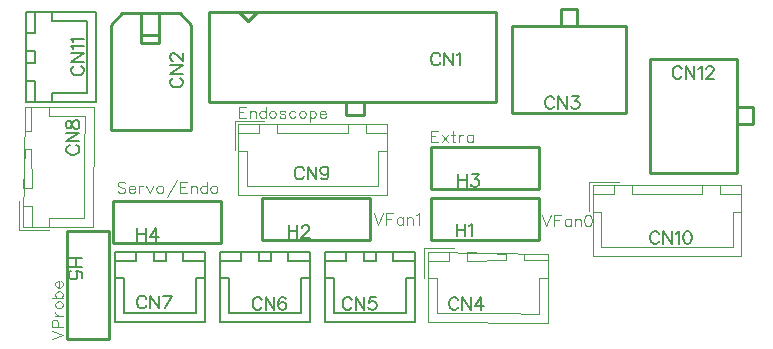
<source format=gto>
G04 Layer: TopSilkLayer*
G04 EasyEDA v6.4.14, 2021-01-31T15:52:51+00:00*
G04 53acab47483b404e891b66caa61737d9,c23c5ad5fcdd482d9714491510f6a4f3,10*
G04 Gerber Generator version 0.2*
G04 Scale: 100 percent, Rotated: No, Reflected: No *
G04 Dimensions in millimeters *
G04 leading zeros omitted , absolute positions ,4 integer and 5 decimal *
%FSLAX45Y45*%
%MOMM*%

%ADD10C,0.2540*%
%ADD24C,0.1200*%
%ADD25C,0.1800*%
%ADD26C,0.1524*%

%LPD*%
D26*
X1460004Y2247077D02*
G01*
X1449590Y2241743D01*
X1439176Y2231329D01*
X1434096Y2221169D01*
X1434096Y2200341D01*
X1439176Y2189927D01*
X1449590Y2179513D01*
X1460004Y2174179D01*
X1475752Y2169099D01*
X1501660Y2169099D01*
X1517154Y2174179D01*
X1527568Y2179513D01*
X1537982Y2189927D01*
X1543062Y2200341D01*
X1543062Y2221169D01*
X1537982Y2231329D01*
X1527568Y2241743D01*
X1517154Y2247077D01*
X1434096Y2281367D02*
G01*
X1543062Y2281367D01*
X1434096Y2281367D02*
G01*
X1543062Y2354011D01*
X1434096Y2354011D02*
G01*
X1543062Y2354011D01*
X1460004Y2393635D02*
G01*
X1454924Y2393635D01*
X1444510Y2398715D01*
X1439176Y2404049D01*
X1434096Y2414209D01*
X1434096Y2435037D01*
X1439176Y2445451D01*
X1444510Y2450785D01*
X1454924Y2455865D01*
X1465338Y2455865D01*
X1475752Y2450785D01*
X1491246Y2440371D01*
X1543062Y2388301D01*
X1543062Y2461199D01*
X3722877Y2436319D02*
G01*
X3717543Y2446733D01*
X3707129Y2457147D01*
X3696970Y2462227D01*
X3676141Y2462227D01*
X3665727Y2457147D01*
X3655313Y2446733D01*
X3649979Y2436319D01*
X3644900Y2420571D01*
X3644900Y2394663D01*
X3649979Y2379169D01*
X3655313Y2368755D01*
X3665727Y2358341D01*
X3676141Y2353261D01*
X3696970Y2353261D01*
X3707129Y2358341D01*
X3717543Y2368755D01*
X3722877Y2379169D01*
X3757168Y2462227D02*
G01*
X3757168Y2353261D01*
X3757168Y2462227D02*
G01*
X3829811Y2353261D01*
X3829811Y2462227D02*
G01*
X3829811Y2353261D01*
X3864102Y2441399D02*
G01*
X3874515Y2446733D01*
X3890009Y2462227D01*
X3890009Y2353261D01*
X3875277Y366207D02*
G01*
X3869943Y376621D01*
X3859529Y387035D01*
X3849370Y392115D01*
X3828541Y392115D01*
X3818127Y387035D01*
X3807713Y376621D01*
X3802379Y366207D01*
X3797300Y350459D01*
X3797300Y324551D01*
X3802379Y309057D01*
X3807713Y298643D01*
X3818127Y288229D01*
X3828541Y283149D01*
X3849370Y283149D01*
X3859529Y288229D01*
X3869943Y298643D01*
X3875277Y309057D01*
X3909568Y392115D02*
G01*
X3909568Y283149D01*
X3909568Y392115D02*
G01*
X3982211Y283149D01*
X3982211Y392115D02*
G01*
X3982211Y283149D01*
X4068572Y392115D02*
G01*
X4016502Y319471D01*
X4094479Y319471D01*
X4068572Y392115D02*
G01*
X4068572Y283149D01*
X583691Y1675577D02*
G01*
X573277Y1670243D01*
X562863Y1659829D01*
X557784Y1649669D01*
X557784Y1628841D01*
X562863Y1618427D01*
X573277Y1608013D01*
X583691Y1602679D01*
X599440Y1597599D01*
X625347Y1597599D01*
X640841Y1602679D01*
X651256Y1608013D01*
X661670Y1618427D01*
X666750Y1628841D01*
X666750Y1649669D01*
X661670Y1659829D01*
X651256Y1670243D01*
X640841Y1675577D01*
X557784Y1709867D02*
G01*
X666750Y1709867D01*
X557784Y1709867D02*
G01*
X666750Y1782511D01*
X557784Y1782511D02*
G01*
X666750Y1782511D01*
X557784Y1842709D02*
G01*
X562863Y1827215D01*
X573277Y1822135D01*
X583691Y1822135D01*
X594106Y1827215D01*
X599440Y1837629D01*
X604520Y1858457D01*
X609600Y1873951D01*
X620013Y1884365D01*
X630427Y1889699D01*
X646175Y1889699D01*
X656590Y1884365D01*
X661670Y1879285D01*
X666750Y1863537D01*
X666750Y1842709D01*
X661670Y1827215D01*
X656590Y1822135D01*
X646175Y1816801D01*
X630427Y1816801D01*
X620013Y1822135D01*
X609600Y1832549D01*
X604520Y1848043D01*
X599440Y1868871D01*
X594106Y1879285D01*
X583691Y1884365D01*
X573277Y1884365D01*
X562863Y1879285D01*
X557784Y1863537D01*
X557784Y1842709D01*
D24*
X3644900Y1800037D02*
G01*
X3644900Y1704533D01*
X3644900Y1800037D02*
G01*
X3704081Y1800037D01*
X3644900Y1754571D02*
G01*
X3681222Y1754571D01*
X3644900Y1704533D02*
G01*
X3704081Y1704533D01*
X3734054Y1768287D02*
G01*
X3784091Y1704533D01*
X3784091Y1768287D02*
G01*
X3734054Y1704533D01*
X3827525Y1800037D02*
G01*
X3827525Y1722821D01*
X3832097Y1709105D01*
X3841241Y1704533D01*
X3850386Y1704533D01*
X3814063Y1768287D02*
G01*
X3845813Y1768287D01*
X3880358Y1768287D02*
G01*
X3880358Y1704533D01*
X3880358Y1741109D02*
G01*
X3884929Y1754571D01*
X3894074Y1763715D01*
X3902963Y1768287D01*
X3916679Y1768287D01*
X4001261Y1768287D02*
G01*
X4001261Y1704533D01*
X4001261Y1754571D02*
G01*
X3992118Y1763715D01*
X3982974Y1768287D01*
X3969511Y1768287D01*
X3960368Y1763715D01*
X3951224Y1754571D01*
X3946652Y1741109D01*
X3946652Y1731965D01*
X3951224Y1718249D01*
X3960368Y1709105D01*
X3969511Y1704533D01*
X3982974Y1704533D01*
X3992118Y1709105D01*
X4001261Y1718249D01*
D26*
X3873500Y1433515D02*
G01*
X3873500Y1324549D01*
X3946143Y1433515D02*
G01*
X3946143Y1324549D01*
X3873500Y1381699D02*
G01*
X3946143Y1381699D01*
X3990847Y1433515D02*
G01*
X4047997Y1433515D01*
X4017009Y1391859D01*
X4032504Y1391859D01*
X4042918Y1386779D01*
X4047997Y1381699D01*
X4053331Y1365951D01*
X4053331Y1355537D01*
X4047997Y1340043D01*
X4037584Y1329629D01*
X4022090Y1324549D01*
X4006595Y1324549D01*
X3990847Y1329629D01*
X3985768Y1334709D01*
X3980434Y1345123D01*
D24*
X4584700Y1088837D02*
G01*
X4621022Y993333D01*
X4657343Y1088837D02*
G01*
X4621022Y993333D01*
X4687315Y1088837D02*
G01*
X4687315Y993333D01*
X4687315Y1088837D02*
G01*
X4746497Y1088837D01*
X4687315Y1043371D02*
G01*
X4723891Y1043371D01*
X4831079Y1057087D02*
G01*
X4831079Y993333D01*
X4831079Y1043371D02*
G01*
X4821936Y1052515D01*
X4812791Y1057087D01*
X4799329Y1057087D01*
X4790186Y1052515D01*
X4781041Y1043371D01*
X4776470Y1029909D01*
X4776470Y1020765D01*
X4781041Y1007049D01*
X4790186Y997905D01*
X4799329Y993333D01*
X4812791Y993333D01*
X4821936Y997905D01*
X4831079Y1007049D01*
X4861052Y1057087D02*
G01*
X4861052Y993333D01*
X4861052Y1038799D02*
G01*
X4874768Y1052515D01*
X4883911Y1057087D01*
X4897374Y1057087D01*
X4906518Y1052515D01*
X4911090Y1038799D01*
X4911090Y993333D01*
X4968240Y1088837D02*
G01*
X4954777Y1084265D01*
X4945634Y1070803D01*
X4941061Y1047943D01*
X4941061Y1034481D01*
X4945634Y1011621D01*
X4954777Y997905D01*
X4968240Y993333D01*
X4977384Y993333D01*
X4991100Y997905D01*
X5000243Y1011621D01*
X5004815Y1034481D01*
X5004815Y1047943D01*
X5000243Y1070803D01*
X4991100Y1084265D01*
X4977384Y1088837D01*
X4968240Y1088837D01*
D26*
X3860800Y1014415D02*
G01*
X3860800Y905449D01*
X3933443Y1014415D02*
G01*
X3933443Y905449D01*
X3860800Y962599D02*
G01*
X3933443Y962599D01*
X3967734Y993587D02*
G01*
X3978147Y998921D01*
X3993895Y1014415D01*
X3993895Y905449D01*
D24*
X1054354Y1354775D02*
G01*
X1045209Y1363665D01*
X1031493Y1368237D01*
X1013206Y1368237D01*
X999743Y1363665D01*
X990600Y1354775D01*
X990600Y1345631D01*
X995172Y1336487D01*
X999743Y1331915D01*
X1008888Y1327343D01*
X1036065Y1318199D01*
X1045209Y1313881D01*
X1049781Y1309309D01*
X1054354Y1300165D01*
X1054354Y1286449D01*
X1045209Y1277305D01*
X1031493Y1272733D01*
X1013206Y1272733D01*
X999743Y1277305D01*
X990600Y1286449D01*
X1084325Y1309309D02*
G01*
X1138681Y1309309D01*
X1138681Y1318199D01*
X1134109Y1327343D01*
X1129791Y1331915D01*
X1120647Y1336487D01*
X1106931Y1336487D01*
X1097788Y1331915D01*
X1088897Y1322771D01*
X1084325Y1309309D01*
X1084325Y1300165D01*
X1088897Y1286449D01*
X1097788Y1277305D01*
X1106931Y1272733D01*
X1120647Y1272733D01*
X1129791Y1277305D01*
X1138681Y1286449D01*
X1168908Y1336487D02*
G01*
X1168908Y1272733D01*
X1168908Y1309309D02*
G01*
X1173225Y1322771D01*
X1182370Y1331915D01*
X1191513Y1336487D01*
X1205229Y1336487D01*
X1235202Y1336487D02*
G01*
X1262379Y1272733D01*
X1289811Y1336487D02*
G01*
X1262379Y1272733D01*
X1342390Y1336487D02*
G01*
X1333245Y1331915D01*
X1324356Y1322771D01*
X1319784Y1309309D01*
X1319784Y1300165D01*
X1324356Y1286449D01*
X1333245Y1277305D01*
X1342390Y1272733D01*
X1356106Y1272733D01*
X1365250Y1277305D01*
X1374140Y1286449D01*
X1378711Y1300165D01*
X1378711Y1309309D01*
X1374140Y1322771D01*
X1365250Y1331915D01*
X1356106Y1336487D01*
X1342390Y1336487D01*
X1490725Y1386525D02*
G01*
X1408684Y1240983D01*
X1520697Y1368237D02*
G01*
X1520697Y1272733D01*
X1520697Y1368237D02*
G01*
X1579625Y1368237D01*
X1520697Y1322771D02*
G01*
X1557020Y1322771D01*
X1520697Y1272733D02*
G01*
X1579625Y1272733D01*
X1609597Y1336487D02*
G01*
X1609597Y1272733D01*
X1609597Y1318199D02*
G01*
X1623313Y1331915D01*
X1632458Y1336487D01*
X1646174Y1336487D01*
X1655063Y1331915D01*
X1659636Y1318199D01*
X1659636Y1272733D01*
X1744218Y1368237D02*
G01*
X1744218Y1272733D01*
X1744218Y1322771D02*
G01*
X1735074Y1331915D01*
X1725929Y1336487D01*
X1712468Y1336487D01*
X1703324Y1331915D01*
X1694179Y1322771D01*
X1689608Y1309309D01*
X1689608Y1300165D01*
X1694179Y1286449D01*
X1703324Y1277305D01*
X1712468Y1272733D01*
X1725929Y1272733D01*
X1735074Y1277305D01*
X1744218Y1286449D01*
X1797050Y1336487D02*
G01*
X1787906Y1331915D01*
X1778761Y1322771D01*
X1774190Y1309309D01*
X1774190Y1300165D01*
X1778761Y1286449D01*
X1787906Y1277305D01*
X1797050Y1272733D01*
X1810511Y1272733D01*
X1819656Y1277305D01*
X1828800Y1286449D01*
X1833372Y1300165D01*
X1833372Y1309309D01*
X1828800Y1322771D01*
X1819656Y1331915D01*
X1810511Y1336487D01*
X1797050Y1336487D01*
D26*
X1155700Y976315D02*
G01*
X1155700Y867349D01*
X1228343Y976315D02*
G01*
X1228343Y867349D01*
X1155700Y924499D02*
G01*
X1228343Y924499D01*
X1314704Y976315D02*
G01*
X1262634Y903671D01*
X1340611Y903671D01*
X1314704Y976315D02*
G01*
X1314704Y867349D01*
D24*
X3162300Y1101537D02*
G01*
X3198622Y1006033D01*
X3234943Y1101537D02*
G01*
X3198622Y1006033D01*
X3264915Y1101537D02*
G01*
X3264915Y1006033D01*
X3264915Y1101537D02*
G01*
X3324097Y1101537D01*
X3264915Y1056071D02*
G01*
X3301491Y1056071D01*
X3408679Y1069787D02*
G01*
X3408679Y1006033D01*
X3408679Y1056071D02*
G01*
X3399536Y1065215D01*
X3390391Y1069787D01*
X3376929Y1069787D01*
X3367786Y1065215D01*
X3358641Y1056071D01*
X3354070Y1042609D01*
X3354070Y1033465D01*
X3358641Y1019749D01*
X3367786Y1010605D01*
X3376929Y1006033D01*
X3390391Y1006033D01*
X3399536Y1010605D01*
X3408679Y1019749D01*
X3438652Y1069787D02*
G01*
X3438652Y1006033D01*
X3438652Y1051499D02*
G01*
X3452368Y1065215D01*
X3461511Y1069787D01*
X3474974Y1069787D01*
X3484118Y1065215D01*
X3488690Y1051499D01*
X3488690Y1006033D01*
X3518661Y1083503D02*
G01*
X3527806Y1088075D01*
X3541268Y1101537D01*
X3541268Y1006033D01*
D26*
X2438400Y1001715D02*
G01*
X2438400Y892749D01*
X2511043Y1001715D02*
G01*
X2511043Y892749D01*
X2438400Y949899D02*
G01*
X2511043Y949899D01*
X2550668Y975807D02*
G01*
X2550668Y980887D01*
X2555747Y991301D01*
X2561081Y996635D01*
X2571495Y1001715D01*
X2592070Y1001715D01*
X2602484Y996635D01*
X2607818Y991301D01*
X2612897Y980887D01*
X2612897Y970473D01*
X2607818Y960059D01*
X2597404Y944565D01*
X2545334Y892749D01*
X2618231Y892749D01*
X1233677Y378907D02*
G01*
X1228343Y389321D01*
X1217929Y399735D01*
X1207770Y404815D01*
X1186941Y404815D01*
X1176527Y399735D01*
X1166113Y389321D01*
X1160779Y378907D01*
X1155700Y363159D01*
X1155700Y337251D01*
X1160779Y321757D01*
X1166113Y311343D01*
X1176527Y300929D01*
X1186941Y295849D01*
X1207770Y295849D01*
X1217929Y300929D01*
X1228343Y311343D01*
X1233677Y321757D01*
X1267968Y404815D02*
G01*
X1267968Y295849D01*
X1267968Y404815D02*
G01*
X1340611Y295849D01*
X1340611Y404815D02*
G01*
X1340611Y295849D01*
X1447800Y404815D02*
G01*
X1395729Y295849D01*
X1374902Y404815D02*
G01*
X1447800Y404815D01*
X2211588Y366207D02*
G01*
X2206254Y376621D01*
X2195840Y387035D01*
X2185680Y392115D01*
X2164852Y392115D01*
X2154438Y387035D01*
X2144024Y376621D01*
X2138690Y366207D01*
X2133610Y350459D01*
X2133610Y324551D01*
X2138690Y309057D01*
X2144024Y298643D01*
X2154438Y288229D01*
X2164852Y283149D01*
X2185680Y283149D01*
X2195840Y288229D01*
X2206254Y298643D01*
X2211588Y309057D01*
X2245878Y392115D02*
G01*
X2245878Y283149D01*
X2245878Y392115D02*
G01*
X2318522Y283149D01*
X2318522Y392115D02*
G01*
X2318522Y283149D01*
X2415296Y376621D02*
G01*
X2409962Y387035D01*
X2394468Y392115D01*
X2384054Y392115D01*
X2368560Y387035D01*
X2358146Y371287D01*
X2352812Y345379D01*
X2352812Y319471D01*
X2358146Y298643D01*
X2368560Y288229D01*
X2384054Y283149D01*
X2389134Y283149D01*
X2404882Y288229D01*
X2415296Y298643D01*
X2420376Y314137D01*
X2420376Y319471D01*
X2415296Y334965D01*
X2404882Y345379D01*
X2389134Y350459D01*
X2384054Y350459D01*
X2368560Y345379D01*
X2358146Y334965D01*
X2352812Y319471D01*
X2973588Y366207D02*
G01*
X2968254Y376621D01*
X2957840Y387035D01*
X2947680Y392115D01*
X2926852Y392115D01*
X2916438Y387035D01*
X2906024Y376621D01*
X2900690Y366207D01*
X2895610Y350459D01*
X2895610Y324551D01*
X2900690Y309057D01*
X2906024Y298643D01*
X2916438Y288229D01*
X2926852Y283149D01*
X2947680Y283149D01*
X2957840Y288229D01*
X2968254Y298643D01*
X2973588Y309057D01*
X3007878Y392115D02*
G01*
X3007878Y283149D01*
X3007878Y392115D02*
G01*
X3080522Y283149D01*
X3080522Y392115D02*
G01*
X3080522Y283149D01*
X3177296Y392115D02*
G01*
X3125226Y392115D01*
X3120146Y345379D01*
X3125226Y350459D01*
X3140720Y355793D01*
X3156468Y355793D01*
X3171962Y350459D01*
X3182376Y340299D01*
X3187710Y324551D01*
X3187710Y314137D01*
X3182376Y298643D01*
X3171962Y288229D01*
X3156468Y283149D01*
X3140720Y283149D01*
X3125226Y288229D01*
X3120146Y293309D01*
X3114812Y303723D01*
X621791Y2348677D02*
G01*
X611377Y2343343D01*
X600963Y2332929D01*
X595884Y2322769D01*
X595884Y2301941D01*
X600963Y2291527D01*
X611377Y2281113D01*
X621791Y2275779D01*
X637540Y2270699D01*
X663447Y2270699D01*
X678941Y2275779D01*
X689356Y2281113D01*
X699770Y2291527D01*
X704850Y2301941D01*
X704850Y2322769D01*
X699770Y2332929D01*
X689356Y2343343D01*
X678941Y2348677D01*
X595884Y2382967D02*
G01*
X704850Y2382967D01*
X595884Y2382967D02*
G01*
X704850Y2455611D01*
X595884Y2455611D02*
G01*
X704850Y2455611D01*
X616711Y2489901D02*
G01*
X611377Y2500315D01*
X595884Y2515809D01*
X704850Y2515809D01*
X616711Y2550099D02*
G01*
X611377Y2560513D01*
X595884Y2576261D01*
X704850Y2576261D01*
X4688077Y2068007D02*
G01*
X4682743Y2078421D01*
X4672329Y2088835D01*
X4662170Y2093915D01*
X4641341Y2093915D01*
X4630927Y2088835D01*
X4620513Y2078421D01*
X4615179Y2068007D01*
X4610100Y2052259D01*
X4610100Y2026351D01*
X4615179Y2010857D01*
X4620513Y2000443D01*
X4630927Y1990029D01*
X4641341Y1984949D01*
X4662170Y1984949D01*
X4672329Y1990029D01*
X4682743Y2000443D01*
X4688077Y2010857D01*
X4722368Y2093915D02*
G01*
X4722368Y1984949D01*
X4722368Y2093915D02*
G01*
X4795011Y1984949D01*
X4795011Y2093915D02*
G01*
X4795011Y1984949D01*
X4839715Y2093915D02*
G01*
X4896865Y2093915D01*
X4865624Y2052259D01*
X4881372Y2052259D01*
X4891786Y2047179D01*
X4896865Y2042099D01*
X4902200Y2026351D01*
X4902200Y2015937D01*
X4896865Y2000443D01*
X4886452Y1990029D01*
X4870958Y1984949D01*
X4855209Y1984949D01*
X4839715Y1990029D01*
X4834636Y1995109D01*
X4829302Y2005523D01*
X5767585Y2322009D02*
G01*
X5762251Y2332423D01*
X5751837Y2342837D01*
X5741677Y2347917D01*
X5720849Y2347917D01*
X5710435Y2342837D01*
X5700021Y2332423D01*
X5694687Y2322009D01*
X5689607Y2306261D01*
X5689607Y2280353D01*
X5694687Y2264859D01*
X5700021Y2254445D01*
X5710435Y2244031D01*
X5720849Y2238951D01*
X5741677Y2238951D01*
X5751837Y2244031D01*
X5762251Y2254445D01*
X5767585Y2264859D01*
X5801875Y2347917D02*
G01*
X5801875Y2238951D01*
X5801875Y2347917D02*
G01*
X5874519Y2238951D01*
X5874519Y2347917D02*
G01*
X5874519Y2238951D01*
X5908809Y2327089D02*
G01*
X5919223Y2332423D01*
X5934717Y2347917D01*
X5934717Y2238951D01*
X5974341Y2322009D02*
G01*
X5974341Y2327089D01*
X5979421Y2337503D01*
X5984755Y2342837D01*
X5995169Y2347917D01*
X6015997Y2347917D01*
X6026157Y2342837D01*
X6031491Y2337503D01*
X6036571Y2327089D01*
X6036571Y2316675D01*
X6031491Y2306261D01*
X6021077Y2290767D01*
X5969007Y2238951D01*
X6041905Y2238951D01*
X5577080Y924999D02*
G01*
X5571746Y935413D01*
X5561332Y945827D01*
X5551172Y950907D01*
X5530344Y950907D01*
X5519930Y945827D01*
X5509516Y935413D01*
X5504182Y924999D01*
X5499102Y909251D01*
X5499102Y883343D01*
X5504182Y867849D01*
X5509516Y857435D01*
X5519930Y847021D01*
X5530344Y841941D01*
X5551172Y841941D01*
X5561332Y847021D01*
X5571746Y857435D01*
X5577080Y867849D01*
X5611370Y950907D02*
G01*
X5611370Y841941D01*
X5611370Y950907D02*
G01*
X5684014Y841941D01*
X5684014Y950907D02*
G01*
X5684014Y841941D01*
X5718304Y930079D02*
G01*
X5728718Y935413D01*
X5744212Y950907D01*
X5744212Y841941D01*
X5809744Y950907D02*
G01*
X5794250Y945827D01*
X5783836Y930079D01*
X5778502Y904171D01*
X5778502Y888677D01*
X5783836Y862515D01*
X5794250Y847021D01*
X5809744Y841941D01*
X5820158Y841941D01*
X5835652Y847021D01*
X5846066Y862515D01*
X5851400Y888677D01*
X5851400Y904171D01*
X5846066Y930079D01*
X5835652Y945827D01*
X5820158Y950907D01*
X5809744Y950907D01*
D24*
X2019300Y2003237D02*
G01*
X2019300Y1907733D01*
X2019300Y2003237D02*
G01*
X2078481Y2003237D01*
X2019300Y1957771D02*
G01*
X2055622Y1957771D01*
X2019300Y1907733D02*
G01*
X2078481Y1907733D01*
X2108454Y1971487D02*
G01*
X2108454Y1907733D01*
X2108454Y1953199D02*
G01*
X2121915Y1966915D01*
X2131059Y1971487D01*
X2144775Y1971487D01*
X2153920Y1966915D01*
X2158491Y1953199D01*
X2158491Y1907733D01*
X2242820Y2003237D02*
G01*
X2242820Y1907733D01*
X2242820Y1957771D02*
G01*
X2233929Y1966915D01*
X2224786Y1971487D01*
X2211070Y1971487D01*
X2201925Y1966915D01*
X2193036Y1957771D01*
X2188463Y1944309D01*
X2188463Y1935165D01*
X2193036Y1921449D01*
X2201925Y1912305D01*
X2211070Y1907733D01*
X2224786Y1907733D01*
X2233929Y1912305D01*
X2242820Y1921449D01*
X2295652Y1971487D02*
G01*
X2286508Y1966915D01*
X2277363Y1957771D01*
X2273045Y1944309D01*
X2273045Y1935165D01*
X2277363Y1921449D01*
X2286508Y1912305D01*
X2295652Y1907733D01*
X2309368Y1907733D01*
X2318511Y1912305D01*
X2327402Y1921449D01*
X2331974Y1935165D01*
X2331974Y1944309D01*
X2327402Y1957771D01*
X2318511Y1966915D01*
X2309368Y1971487D01*
X2295652Y1971487D01*
X2411984Y1957771D02*
G01*
X2407411Y1966915D01*
X2393950Y1971487D01*
X2380234Y1971487D01*
X2366518Y1966915D01*
X2361945Y1957771D01*
X2366518Y1948881D01*
X2375661Y1944309D01*
X2398268Y1939737D01*
X2407411Y1935165D01*
X2411984Y1926021D01*
X2411984Y1921449D01*
X2407411Y1912305D01*
X2393950Y1907733D01*
X2380234Y1907733D01*
X2366518Y1912305D01*
X2361945Y1921449D01*
X2496565Y1957771D02*
G01*
X2487422Y1966915D01*
X2478277Y1971487D01*
X2464815Y1971487D01*
X2455672Y1966915D01*
X2446527Y1957771D01*
X2441956Y1944309D01*
X2441956Y1935165D01*
X2446527Y1921449D01*
X2455672Y1912305D01*
X2464815Y1907733D01*
X2478277Y1907733D01*
X2487422Y1912305D01*
X2496565Y1921449D01*
X2549397Y1971487D02*
G01*
X2540254Y1966915D01*
X2531109Y1957771D01*
X2526538Y1944309D01*
X2526538Y1935165D01*
X2531109Y1921449D01*
X2540254Y1912305D01*
X2549397Y1907733D01*
X2562859Y1907733D01*
X2572004Y1912305D01*
X2581147Y1921449D01*
X2585720Y1935165D01*
X2585720Y1944309D01*
X2581147Y1957771D01*
X2572004Y1966915D01*
X2562859Y1971487D01*
X2549397Y1971487D01*
X2615691Y1971487D02*
G01*
X2615691Y1875983D01*
X2615691Y1957771D02*
G01*
X2624836Y1966915D01*
X2633725Y1971487D01*
X2647441Y1971487D01*
X2656586Y1966915D01*
X2665729Y1957771D01*
X2670302Y1944309D01*
X2670302Y1935165D01*
X2665729Y1921449D01*
X2656586Y1912305D01*
X2647441Y1907733D01*
X2633725Y1907733D01*
X2624836Y1912305D01*
X2615691Y1921449D01*
X2700274Y1944309D02*
G01*
X2754629Y1944309D01*
X2754629Y1953199D01*
X2750311Y1962343D01*
X2745740Y1966915D01*
X2736595Y1971487D01*
X2722879Y1971487D01*
X2713736Y1966915D01*
X2704845Y1957771D01*
X2700274Y1944309D01*
X2700274Y1935165D01*
X2704845Y1921449D01*
X2713736Y1912305D01*
X2722879Y1907733D01*
X2736595Y1907733D01*
X2745740Y1912305D01*
X2754629Y1921449D01*
D26*
X2567177Y1471107D02*
G01*
X2561843Y1481521D01*
X2551429Y1491935D01*
X2541270Y1497015D01*
X2520441Y1497015D01*
X2510027Y1491935D01*
X2499613Y1481521D01*
X2494279Y1471107D01*
X2489200Y1455359D01*
X2489200Y1429451D01*
X2494279Y1413957D01*
X2499613Y1403543D01*
X2510027Y1393129D01*
X2520441Y1388049D01*
X2541270Y1388049D01*
X2551429Y1393129D01*
X2561843Y1403543D01*
X2567177Y1413957D01*
X2601468Y1497015D02*
G01*
X2601468Y1388049D01*
X2601468Y1497015D02*
G01*
X2674111Y1388049D01*
X2674111Y1497015D02*
G01*
X2674111Y1388049D01*
X2775965Y1460693D02*
G01*
X2770886Y1445199D01*
X2760472Y1434785D01*
X2744724Y1429451D01*
X2739643Y1429451D01*
X2724150Y1434785D01*
X2713736Y1445199D01*
X2708402Y1460693D01*
X2708402Y1465773D01*
X2713736Y1481521D01*
X2724150Y1491935D01*
X2739643Y1497015D01*
X2744724Y1497015D01*
X2760472Y1491935D01*
X2770886Y1481521D01*
X2775965Y1460693D01*
X2775965Y1434785D01*
X2770886Y1408623D01*
X2760472Y1393129D01*
X2744724Y1388049D01*
X2734309Y1388049D01*
X2718815Y1393129D01*
X2713736Y1403543D01*
D24*
X432567Y35506D02*
G01*
X528071Y71828D01*
X432567Y108150D02*
G01*
X528071Y71828D01*
X432567Y138122D02*
G01*
X528071Y138122D01*
X432567Y138122D02*
G01*
X432567Y179016D01*
X437139Y192732D01*
X441457Y197304D01*
X450601Y201876D01*
X464317Y201876D01*
X473461Y197304D01*
X478033Y192732D01*
X482605Y179016D01*
X482605Y138122D01*
X464317Y231848D02*
G01*
X528071Y231848D01*
X491495Y231848D02*
G01*
X478033Y236420D01*
X468889Y245564D01*
X464317Y254708D01*
X464317Y268170D01*
X464317Y321002D02*
G01*
X468889Y311858D01*
X478033Y302714D01*
X491495Y298142D01*
X500639Y298142D01*
X514355Y302714D01*
X523499Y311858D01*
X528071Y321002D01*
X528071Y334464D01*
X523499Y343608D01*
X514355Y352752D01*
X500639Y357324D01*
X491495Y357324D01*
X478033Y352752D01*
X468889Y343608D01*
X464317Y334464D01*
X464317Y321002D01*
X432567Y387296D02*
G01*
X528071Y387296D01*
X478033Y387296D02*
G01*
X468889Y396440D01*
X464317Y405584D01*
X464317Y419046D01*
X468889Y428190D01*
X478033Y437334D01*
X491495Y441906D01*
X500639Y441906D01*
X514355Y437334D01*
X523499Y428190D01*
X528071Y419046D01*
X528071Y405584D01*
X523499Y396440D01*
X514355Y387296D01*
X491495Y471878D02*
G01*
X491495Y526488D01*
X482605Y526488D01*
X473461Y521916D01*
X468889Y517344D01*
X464317Y508200D01*
X464317Y494484D01*
X468889Y485594D01*
X478033Y476450D01*
X491495Y471878D01*
X500639Y471878D01*
X514355Y476450D01*
X523499Y485594D01*
X528071Y494484D01*
X528071Y508200D01*
X523499Y517344D01*
X514355Y526488D01*
D26*
X686815Y721299D02*
G01*
X577850Y721299D01*
X686815Y648655D02*
G01*
X577850Y648655D01*
X635000Y721299D02*
G01*
X635000Y648655D01*
X686815Y551881D02*
G01*
X686815Y603951D01*
X640079Y609031D01*
X645159Y603951D01*
X650493Y588203D01*
X650493Y572709D01*
X645159Y557215D01*
X635000Y546801D01*
X619252Y541467D01*
X608838Y541467D01*
X593343Y546801D01*
X582929Y557215D01*
X577850Y572709D01*
X577850Y588203D01*
X582929Y603951D01*
X588009Y609031D01*
X598424Y614365D01*
D10*
X937006Y1808609D02*
G01*
X1602993Y1808609D01*
X1510004Y2799590D02*
G01*
X1034999Y2799590D01*
X1345006Y2539596D02*
G01*
X1189990Y2539596D01*
X1189990Y2794586D01*
X1345006Y2539596D02*
G01*
X1345006Y2794586D01*
X1340002Y2609598D02*
G01*
X1194993Y2609598D01*
X934999Y1808609D02*
G01*
X934999Y2674597D01*
X935278Y2674520D02*
G01*
X935278Y2699514D01*
X1030249Y2794510D01*
X1610106Y2674393D02*
G01*
X1610106Y1808609D01*
X1610106Y2674393D02*
G01*
X1610106Y2699387D01*
X1515109Y2794383D01*
X2197795Y2804063D02*
G01*
X2172395Y2804063D01*
X2096195Y2727863D01*
X2019995Y2804063D01*
X4197195Y2803047D02*
G01*
X4197195Y2043079D01*
X1767210Y2803047D02*
G01*
X4197195Y2803047D01*
X1767197Y2043061D02*
G01*
X1767197Y2803065D01*
X4197195Y2043079D02*
G01*
X1767210Y2043079D01*
X2921005Y2036602D02*
G01*
X2921005Y1935002D01*
X3073405Y1935002D01*
X3073405Y2036602D01*
D24*
X3618499Y775797D02*
G01*
X3798501Y775797D01*
X3798501Y700798D01*
X3618499Y700798D01*
X3618499Y775797D01*
X3618499Y180799D01*
X4635500Y175199D01*
X4635500Y479999D01*
X4635500Y759399D01*
X3618499Y775797D01*
X3948501Y775797D02*
G01*
X3948501Y700798D01*
X4279900Y708599D01*
X4279900Y759399D01*
X3948501Y775797D01*
X4635500Y759399D02*
G01*
X4432300Y759399D01*
X4432300Y708599D01*
X4635500Y708599D01*
X4635500Y759399D01*
X4635500Y759399D01*
X3838501Y805797D02*
G01*
X3588501Y805797D01*
X3588501Y555797D01*
X3618499Y550798D02*
G01*
X3693500Y550798D01*
X3693500Y255798D01*
X4248500Y255798D01*
X4559300Y251399D01*
X4559300Y556199D01*
X4635500Y556199D01*
X186801Y986998D02*
G01*
X186801Y1167000D01*
X261800Y1167000D01*
X261800Y986998D01*
X186801Y986998D01*
X781799Y986998D01*
X787400Y2003999D01*
X482600Y2003999D01*
X203200Y2003999D01*
X186801Y986998D01*
X186801Y1317000D02*
G01*
X261800Y1317000D01*
X254000Y1648399D01*
X203200Y1648399D01*
X186801Y1317000D01*
X203200Y2003999D02*
G01*
X203200Y1800799D01*
X254000Y1800799D01*
X254000Y2003999D01*
X203200Y2003999D01*
X203200Y2003999D01*
X156801Y1207000D02*
G01*
X156801Y957000D01*
X406801Y957000D01*
X411800Y986998D02*
G01*
X411800Y1061999D01*
X706800Y1061999D01*
X706800Y1616999D01*
X711200Y1927799D01*
X406400Y1927799D01*
X406400Y2003999D01*
D10*
X3746500Y1305499D02*
G01*
X3644900Y1305499D01*
X3644900Y1661099D01*
X4559300Y1661099D01*
X4559300Y1305499D01*
X3746500Y1305499D01*
X4457700Y1229299D02*
G01*
X4559300Y1229299D01*
X4559300Y873699D01*
X3644900Y873699D01*
X3644900Y1229299D01*
X4457700Y1229299D01*
X1765300Y1203899D02*
G01*
X1866900Y1203899D01*
X1866900Y848299D01*
X952500Y848299D01*
X952500Y1203899D01*
X1765300Y1203899D01*
X3022600Y1229299D02*
G01*
X3124200Y1229299D01*
X3124200Y873699D01*
X2209800Y873699D01*
X2209800Y1229299D01*
X3022600Y1229299D01*
D25*
X968187Y775797D02*
G01*
X1148189Y775797D01*
X1148189Y700798D01*
X968187Y700798D01*
X968187Y775797D01*
X968187Y180799D01*
X1728185Y180799D01*
X1728185Y775797D01*
X968187Y775797D01*
X1548188Y775797D02*
G01*
X1548188Y700798D01*
X1728185Y700798D01*
X1728185Y775797D01*
X1548188Y775797D01*
X968187Y550798D02*
G01*
X1043188Y550798D01*
X1043188Y255798D01*
X1348188Y255798D01*
X1653186Y255798D01*
X1653186Y550798D01*
X1728185Y550798D01*
X1298188Y775797D02*
G01*
X1298188Y700798D01*
X1398186Y700798D01*
X1398186Y775797D01*
X1298188Y775797D01*
X1857187Y775797D02*
G01*
X2037189Y775797D01*
X2037189Y700798D01*
X1857187Y700798D01*
X1857187Y775797D01*
X1857187Y180799D01*
X2617185Y180799D01*
X2617185Y775797D01*
X1857187Y775797D01*
X2437188Y775797D02*
G01*
X2437188Y700798D01*
X2617185Y700798D01*
X2617185Y775797D01*
X2437188Y775797D01*
X1857187Y550798D02*
G01*
X1932188Y550798D01*
X1932188Y255798D01*
X2237188Y255798D01*
X2542186Y255798D01*
X2542186Y550798D01*
X2617185Y550798D01*
X2187188Y775797D02*
G01*
X2187188Y700798D01*
X2287186Y700798D01*
X2287186Y775797D01*
X2187188Y775797D01*
X2746187Y775797D02*
G01*
X2926189Y775797D01*
X2926189Y700798D01*
X2746187Y700798D01*
X2746187Y775797D01*
X2746187Y180799D01*
X3506185Y180799D01*
X3506185Y775797D01*
X2746187Y775797D01*
X3326188Y775797D02*
G01*
X3326188Y700798D01*
X3506185Y700798D01*
X3506185Y775797D01*
X3326188Y775797D01*
X2746187Y550798D02*
G01*
X2821188Y550798D01*
X2821188Y255798D01*
X3126188Y255798D01*
X3431186Y255798D01*
X3431186Y550798D01*
X3506185Y550798D01*
X3076188Y775797D02*
G01*
X3076188Y700798D01*
X3176186Y700798D01*
X3176186Y775797D01*
X3076188Y775797D01*
X212201Y2045086D02*
G01*
X212201Y2225088D01*
X287200Y2225088D01*
X287200Y2045086D01*
X212201Y2045086D01*
X807199Y2045086D01*
X807199Y2805084D01*
X212201Y2805084D01*
X212201Y2045086D01*
X212201Y2625087D02*
G01*
X287200Y2625087D01*
X287200Y2805084D01*
X212201Y2805084D01*
X212201Y2625087D01*
X437200Y2045086D02*
G01*
X437200Y2120087D01*
X732200Y2120087D01*
X732200Y2425087D01*
X732200Y2730085D01*
X437200Y2730085D01*
X437200Y2805084D01*
X212201Y2375087D02*
G01*
X287200Y2375087D01*
X287200Y2475085D01*
X212201Y2475085D01*
X212201Y2375087D01*
D10*
X4330801Y2686903D02*
G01*
X5295798Y2686903D01*
X5295798Y1949897D01*
X4330801Y1949897D01*
X4330801Y2686903D01*
X4743297Y2826908D02*
G01*
X4883302Y2826908D01*
X4883302Y2686903D01*
X4743297Y2686903D01*
X4743297Y2826908D01*
X6232804Y2410297D02*
G01*
X6232804Y1445300D01*
X5495797Y1445300D01*
X5495797Y2410297D01*
X6232804Y2410297D01*
X6372809Y1997801D02*
G01*
X6372809Y1857796D01*
X6232804Y1857796D01*
X6232804Y1997801D01*
X6372809Y1997801D01*
D24*
X5012281Y1338780D02*
G01*
X5192367Y1338780D01*
X5192367Y1263596D01*
X5012281Y1263596D01*
X5012281Y1338780D01*
X5012281Y743658D01*
X6272375Y743658D01*
X6272375Y1338780D01*
X5012281Y1338780D01*
X5342227Y1338780D02*
G01*
X5342227Y1263596D01*
X5942175Y1263596D01*
X5942175Y1338780D01*
X5342227Y1338780D01*
X6092289Y1338780D02*
G01*
X6092289Y1263596D01*
X6272375Y1263596D01*
X6272375Y1338780D01*
X6092289Y1338780D01*
X5012281Y1113736D02*
G01*
X5087211Y1113736D01*
X5087211Y818588D01*
X5642201Y818588D01*
X6197191Y818588D01*
X6197191Y1113736D01*
X6272375Y1113736D01*
X5232245Y1368752D02*
G01*
X4982309Y1368752D01*
X4982309Y1118562D01*
X2011578Y1855409D02*
G01*
X2191664Y1855409D01*
X2191664Y1780225D01*
X2011578Y1780225D01*
X2011578Y1855409D01*
X2011578Y1260287D01*
X3271672Y1260287D01*
X3271672Y1855409D01*
X2011578Y1855409D01*
X2341524Y1855409D02*
G01*
X2341524Y1780225D01*
X2941472Y1780225D01*
X2941472Y1855409D01*
X2341524Y1855409D01*
X3091586Y1855409D02*
G01*
X3091586Y1780225D01*
X3271672Y1780225D01*
X3271672Y1855409D01*
X3091586Y1855409D01*
X2011578Y1630365D02*
G01*
X2086508Y1630365D01*
X2086508Y1335217D01*
X2641498Y1335217D01*
X3196488Y1335217D01*
X3196488Y1630365D01*
X3271672Y1630365D01*
X2231542Y1885381D02*
G01*
X1981606Y1885381D01*
X1981606Y1635191D01*
D10*
X914400Y137099D02*
G01*
X914400Y35499D01*
X558800Y35499D01*
X558800Y949899D01*
X914400Y949899D01*
X914400Y137099D01*
M02*

</source>
